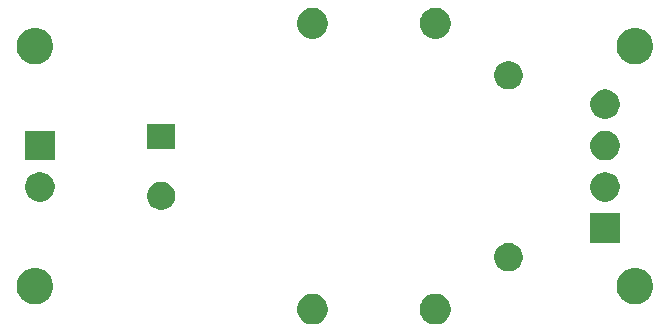
<source format=gbr>
G04 #@! TF.GenerationSoftware,KiCad,Pcbnew,5.1.5-52549c5~86~ubuntu18.04.1*
G04 #@! TF.CreationDate,2020-09-03T19:11:04-05:00*
G04 #@! TF.ProjectId,D00,4430302e-6b69-4636-9164-5f7063625858,rev?*
G04 #@! TF.SameCoordinates,Original*
G04 #@! TF.FileFunction,Soldermask,Top*
G04 #@! TF.FilePolarity,Negative*
%FSLAX46Y46*%
G04 Gerber Fmt 4.6, Leading zero omitted, Abs format (unit mm)*
G04 Created by KiCad (PCBNEW 5.1.5-52549c5~86~ubuntu18.04.1) date 2020-09-03 19:11:04*
%MOMM*%
%LPD*%
G04 APERTURE LIST*
%ADD10C,0.100000*%
G04 APERTURE END LIST*
D10*
G36*
X58088193Y-44819904D02*
G01*
X58324901Y-44917952D01*
X58324903Y-44917953D01*
X58537935Y-45060296D01*
X58719104Y-45241465D01*
X58861447Y-45454497D01*
X58861448Y-45454499D01*
X58959496Y-45691207D01*
X59009480Y-45942493D01*
X59009480Y-46198707D01*
X58959496Y-46449993D01*
X58861448Y-46686701D01*
X58861447Y-46686703D01*
X58719104Y-46899735D01*
X58537935Y-47080904D01*
X58324903Y-47223247D01*
X58324902Y-47223248D01*
X58324901Y-47223248D01*
X58088193Y-47321296D01*
X57836907Y-47371280D01*
X57580693Y-47371280D01*
X57329407Y-47321296D01*
X57092699Y-47223248D01*
X57092698Y-47223248D01*
X57092697Y-47223247D01*
X56879665Y-47080904D01*
X56698496Y-46899735D01*
X56556153Y-46686703D01*
X56556152Y-46686701D01*
X56458104Y-46449993D01*
X56408120Y-46198707D01*
X56408120Y-45942493D01*
X56458104Y-45691207D01*
X56556152Y-45454499D01*
X56556153Y-45454497D01*
X56698496Y-45241465D01*
X56879665Y-45060296D01*
X57092697Y-44917953D01*
X57092699Y-44917952D01*
X57329407Y-44819904D01*
X57580693Y-44769920D01*
X57836907Y-44769920D01*
X58088193Y-44819904D01*
G37*
G36*
X47699593Y-44819904D02*
G01*
X47936301Y-44917952D01*
X47936303Y-44917953D01*
X48149335Y-45060296D01*
X48330504Y-45241465D01*
X48472847Y-45454497D01*
X48472848Y-45454499D01*
X48570896Y-45691207D01*
X48620880Y-45942493D01*
X48620880Y-46198707D01*
X48570896Y-46449993D01*
X48472848Y-46686701D01*
X48472847Y-46686703D01*
X48330504Y-46899735D01*
X48149335Y-47080904D01*
X47936303Y-47223247D01*
X47936302Y-47223248D01*
X47936301Y-47223248D01*
X47699593Y-47321296D01*
X47448307Y-47371280D01*
X47192093Y-47371280D01*
X46940807Y-47321296D01*
X46704099Y-47223248D01*
X46704098Y-47223248D01*
X46704097Y-47223247D01*
X46491065Y-47080904D01*
X46309896Y-46899735D01*
X46167553Y-46686703D01*
X46167552Y-46686701D01*
X46069504Y-46449993D01*
X46019520Y-46198707D01*
X46019520Y-45942493D01*
X46069504Y-45691207D01*
X46167552Y-45454499D01*
X46167553Y-45454497D01*
X46309896Y-45241465D01*
X46491065Y-45060296D01*
X46704097Y-44917953D01*
X46704099Y-44917952D01*
X46940807Y-44819904D01*
X47192093Y-44769920D01*
X47448307Y-44769920D01*
X47699593Y-44819904D01*
G37*
G36*
X24082803Y-42602878D02*
G01*
X24262410Y-42638604D01*
X24544674Y-42755521D01*
X24798705Y-42925259D01*
X25014741Y-43141295D01*
X25184479Y-43395326D01*
X25301396Y-43677590D01*
X25361000Y-43977240D01*
X25361000Y-44282760D01*
X25301396Y-44582410D01*
X25184479Y-44864674D01*
X25014741Y-45118705D01*
X24798705Y-45334741D01*
X24544674Y-45504479D01*
X24262410Y-45621396D01*
X24112585Y-45651198D01*
X23962761Y-45681000D01*
X23657239Y-45681000D01*
X23507415Y-45651198D01*
X23357590Y-45621396D01*
X23075326Y-45504479D01*
X22821295Y-45334741D01*
X22605259Y-45118705D01*
X22435521Y-44864674D01*
X22318604Y-44582410D01*
X22259000Y-44282760D01*
X22259000Y-43977240D01*
X22318604Y-43677590D01*
X22435521Y-43395326D01*
X22605259Y-43141295D01*
X22821295Y-42925259D01*
X23075326Y-42755521D01*
X23357590Y-42638604D01*
X23537197Y-42602878D01*
X23657239Y-42579000D01*
X23962761Y-42579000D01*
X24082803Y-42602878D01*
G37*
G36*
X74882803Y-42602878D02*
G01*
X75062410Y-42638604D01*
X75344674Y-42755521D01*
X75598705Y-42925259D01*
X75814741Y-43141295D01*
X75984479Y-43395326D01*
X76101396Y-43677590D01*
X76161000Y-43977240D01*
X76161000Y-44282760D01*
X76101396Y-44582410D01*
X75984479Y-44864674D01*
X75814741Y-45118705D01*
X75598705Y-45334741D01*
X75344674Y-45504479D01*
X75062410Y-45621396D01*
X74912585Y-45651198D01*
X74762761Y-45681000D01*
X74457239Y-45681000D01*
X74307415Y-45651198D01*
X74157590Y-45621396D01*
X73875326Y-45504479D01*
X73621295Y-45334741D01*
X73405259Y-45118705D01*
X73235521Y-44864674D01*
X73118604Y-44582410D01*
X73059000Y-44282760D01*
X73059000Y-43977240D01*
X73118604Y-43677590D01*
X73235521Y-43395326D01*
X73405259Y-43141295D01*
X73621295Y-42925259D01*
X73875326Y-42755521D01*
X74157590Y-42638604D01*
X74337197Y-42602878D01*
X74457239Y-42579000D01*
X74762761Y-42579000D01*
X74882803Y-42602878D01*
G37*
G36*
X64260318Y-40515153D02*
G01*
X64478885Y-40605687D01*
X64478887Y-40605688D01*
X64675593Y-40737122D01*
X64842878Y-40904407D01*
X64974312Y-41101113D01*
X64974313Y-41101115D01*
X65064847Y-41319682D01*
X65111000Y-41551710D01*
X65111000Y-41788290D01*
X65064847Y-42020318D01*
X64974313Y-42238885D01*
X64974312Y-42238887D01*
X64842878Y-42435593D01*
X64675593Y-42602878D01*
X64478887Y-42734312D01*
X64478886Y-42734313D01*
X64478885Y-42734313D01*
X64260318Y-42824847D01*
X64028290Y-42871000D01*
X63791710Y-42871000D01*
X63559682Y-42824847D01*
X63341115Y-42734313D01*
X63341114Y-42734313D01*
X63341113Y-42734312D01*
X63144407Y-42602878D01*
X62977122Y-42435593D01*
X62845688Y-42238887D01*
X62845687Y-42238885D01*
X62755153Y-42020318D01*
X62709000Y-41788290D01*
X62709000Y-41551710D01*
X62755153Y-41319682D01*
X62845687Y-41101115D01*
X62845688Y-41101113D01*
X62977122Y-40904407D01*
X63144407Y-40737122D01*
X63341113Y-40605688D01*
X63341115Y-40605687D01*
X63559682Y-40515153D01*
X63791710Y-40469000D01*
X64028290Y-40469000D01*
X64260318Y-40515153D01*
G37*
G36*
X73336200Y-40471000D02*
G01*
X70834200Y-40471000D01*
X70834200Y-37969000D01*
X73336200Y-37969000D01*
X73336200Y-40471000D01*
G37*
G36*
X34860318Y-35315153D02*
G01*
X35078885Y-35405687D01*
X35078887Y-35405688D01*
X35275593Y-35537122D01*
X35442878Y-35704407D01*
X35535625Y-35843214D01*
X35574313Y-35901115D01*
X35664847Y-36119682D01*
X35711000Y-36351710D01*
X35711000Y-36588290D01*
X35664847Y-36820318D01*
X35602432Y-36971000D01*
X35574312Y-37038887D01*
X35442878Y-37235593D01*
X35275593Y-37402878D01*
X35078887Y-37534312D01*
X35078886Y-37534313D01*
X35078885Y-37534313D01*
X34860318Y-37624847D01*
X34628290Y-37671000D01*
X34391710Y-37671000D01*
X34159682Y-37624847D01*
X33941115Y-37534313D01*
X33941114Y-37534313D01*
X33941113Y-37534312D01*
X33744407Y-37402878D01*
X33577122Y-37235593D01*
X33445688Y-37038887D01*
X33417568Y-36971000D01*
X33355153Y-36820318D01*
X33309000Y-36588290D01*
X33309000Y-36351710D01*
X33355153Y-36119682D01*
X33445687Y-35901115D01*
X33484375Y-35843214D01*
X33577122Y-35704407D01*
X33744407Y-35537122D01*
X33941113Y-35405688D01*
X33941115Y-35405687D01*
X34159682Y-35315153D01*
X34391710Y-35269000D01*
X34628290Y-35269000D01*
X34860318Y-35315153D01*
G37*
G36*
X24596503Y-34517075D02*
G01*
X24824171Y-34611378D01*
X25029066Y-34748285D01*
X25203315Y-34922534D01*
X25340222Y-35127429D01*
X25434525Y-35355097D01*
X25482600Y-35596787D01*
X25482600Y-35843213D01*
X25434525Y-36084903D01*
X25340222Y-36312571D01*
X25203315Y-36517466D01*
X25029066Y-36691715D01*
X24824171Y-36828622D01*
X24824170Y-36828623D01*
X24824169Y-36828623D01*
X24596503Y-36922925D01*
X24354814Y-36971000D01*
X24108386Y-36971000D01*
X23866697Y-36922925D01*
X23639031Y-36828623D01*
X23639030Y-36828623D01*
X23639029Y-36828622D01*
X23434134Y-36691715D01*
X23259885Y-36517466D01*
X23122978Y-36312571D01*
X23028675Y-36084903D01*
X22980600Y-35843213D01*
X22980600Y-35596787D01*
X23028675Y-35355097D01*
X23122978Y-35127429D01*
X23259885Y-34922534D01*
X23434134Y-34748285D01*
X23639029Y-34611378D01*
X23866697Y-34517075D01*
X24108386Y-34469000D01*
X24354814Y-34469000D01*
X24596503Y-34517075D01*
G37*
G36*
X72450103Y-34517075D02*
G01*
X72677771Y-34611378D01*
X72882666Y-34748285D01*
X73056915Y-34922534D01*
X73193822Y-35127429D01*
X73288125Y-35355097D01*
X73336200Y-35596787D01*
X73336200Y-35843213D01*
X73288125Y-36084903D01*
X73193822Y-36312571D01*
X73056915Y-36517466D01*
X72882666Y-36691715D01*
X72677771Y-36828622D01*
X72677770Y-36828623D01*
X72677769Y-36828623D01*
X72450103Y-36922925D01*
X72208414Y-36971000D01*
X71961986Y-36971000D01*
X71720297Y-36922925D01*
X71492631Y-36828623D01*
X71492630Y-36828623D01*
X71492629Y-36828622D01*
X71287734Y-36691715D01*
X71113485Y-36517466D01*
X70976578Y-36312571D01*
X70882275Y-36084903D01*
X70834200Y-35843213D01*
X70834200Y-35596787D01*
X70882275Y-35355097D01*
X70976578Y-35127429D01*
X71113485Y-34922534D01*
X71287734Y-34748285D01*
X71492629Y-34611378D01*
X71720297Y-34517075D01*
X71961986Y-34469000D01*
X72208414Y-34469000D01*
X72450103Y-34517075D01*
G37*
G36*
X25482600Y-33471000D02*
G01*
X22980600Y-33471000D01*
X22980600Y-30969000D01*
X25482600Y-30969000D01*
X25482600Y-33471000D01*
G37*
G36*
X72450103Y-31017075D02*
G01*
X72677771Y-31111378D01*
X72882666Y-31248285D01*
X73056915Y-31422534D01*
X73193822Y-31627429D01*
X73288125Y-31855097D01*
X73336200Y-32096787D01*
X73336200Y-32343213D01*
X73288125Y-32584903D01*
X73193822Y-32812571D01*
X73056915Y-33017466D01*
X72882666Y-33191715D01*
X72677771Y-33328622D01*
X72677770Y-33328623D01*
X72677769Y-33328623D01*
X72450103Y-33422925D01*
X72208414Y-33471000D01*
X71961986Y-33471000D01*
X71720297Y-33422925D01*
X71492631Y-33328623D01*
X71492630Y-33328623D01*
X71492629Y-33328622D01*
X71287734Y-33191715D01*
X71113485Y-33017466D01*
X70976578Y-32812571D01*
X70882275Y-32584903D01*
X70834200Y-32343213D01*
X70834200Y-32096787D01*
X70882275Y-31855097D01*
X70976578Y-31627429D01*
X71113485Y-31422534D01*
X71287734Y-31248285D01*
X71492629Y-31111378D01*
X71720297Y-31017075D01*
X71961986Y-30969000D01*
X72208414Y-30969000D01*
X72450103Y-31017075D01*
G37*
G36*
X35711000Y-32521000D02*
G01*
X33309000Y-32521000D01*
X33309000Y-30419000D01*
X35711000Y-30419000D01*
X35711000Y-32521000D01*
G37*
G36*
X72450103Y-27517075D02*
G01*
X72677771Y-27611378D01*
X72882666Y-27748285D01*
X73056915Y-27922534D01*
X73193822Y-28127429D01*
X73288125Y-28355097D01*
X73336200Y-28596787D01*
X73336200Y-28843213D01*
X73288125Y-29084903D01*
X73193822Y-29312571D01*
X73056915Y-29517466D01*
X72882666Y-29691715D01*
X72677771Y-29828622D01*
X72677770Y-29828623D01*
X72677769Y-29828623D01*
X72450103Y-29922925D01*
X72208414Y-29971000D01*
X71961986Y-29971000D01*
X71720297Y-29922925D01*
X71492631Y-29828623D01*
X71492630Y-29828623D01*
X71492629Y-29828622D01*
X71287734Y-29691715D01*
X71113485Y-29517466D01*
X70976578Y-29312571D01*
X70882275Y-29084903D01*
X70834200Y-28843213D01*
X70834200Y-28596787D01*
X70882275Y-28355097D01*
X70976578Y-28127429D01*
X71113485Y-27922534D01*
X71287734Y-27748285D01*
X71492629Y-27611378D01*
X71720297Y-27517075D01*
X71961986Y-27469000D01*
X72208414Y-27469000D01*
X72450103Y-27517075D01*
G37*
G36*
X64260318Y-25115153D02*
G01*
X64478885Y-25205687D01*
X64478887Y-25205688D01*
X64675593Y-25337122D01*
X64842878Y-25504407D01*
X64974312Y-25701113D01*
X64974313Y-25701115D01*
X65064847Y-25919682D01*
X65111000Y-26151710D01*
X65111000Y-26388290D01*
X65064847Y-26620318D01*
X64974313Y-26838885D01*
X64974312Y-26838887D01*
X64842878Y-27035593D01*
X64675593Y-27202878D01*
X64478887Y-27334312D01*
X64478886Y-27334313D01*
X64478885Y-27334313D01*
X64260318Y-27424847D01*
X64028290Y-27471000D01*
X63791710Y-27471000D01*
X63559682Y-27424847D01*
X63341115Y-27334313D01*
X63341114Y-27334313D01*
X63341113Y-27334312D01*
X63144407Y-27202878D01*
X62977122Y-27035593D01*
X62845688Y-26838887D01*
X62845687Y-26838885D01*
X62755153Y-26620318D01*
X62709000Y-26388290D01*
X62709000Y-26151710D01*
X62755153Y-25919682D01*
X62845687Y-25701115D01*
X62845688Y-25701113D01*
X62977122Y-25504407D01*
X63144407Y-25337122D01*
X63341113Y-25205688D01*
X63341115Y-25205687D01*
X63559682Y-25115153D01*
X63791710Y-25069000D01*
X64028290Y-25069000D01*
X64260318Y-25115153D01*
G37*
G36*
X24112585Y-22288802D02*
G01*
X24262410Y-22318604D01*
X24544674Y-22435521D01*
X24798705Y-22605259D01*
X25014741Y-22821295D01*
X25184479Y-23075326D01*
X25301396Y-23357590D01*
X25361000Y-23657240D01*
X25361000Y-23962760D01*
X25301396Y-24262410D01*
X25184479Y-24544674D01*
X25014741Y-24798705D01*
X24798705Y-25014741D01*
X24544674Y-25184479D01*
X24262410Y-25301396D01*
X24112585Y-25331198D01*
X23962761Y-25361000D01*
X23657239Y-25361000D01*
X23507415Y-25331198D01*
X23357590Y-25301396D01*
X23075326Y-25184479D01*
X22821295Y-25014741D01*
X22605259Y-24798705D01*
X22435521Y-24544674D01*
X22318604Y-24262410D01*
X22259000Y-23962760D01*
X22259000Y-23657240D01*
X22318604Y-23357590D01*
X22435521Y-23075326D01*
X22605259Y-22821295D01*
X22821295Y-22605259D01*
X23075326Y-22435521D01*
X23357590Y-22318604D01*
X23507415Y-22288802D01*
X23657239Y-22259000D01*
X23962761Y-22259000D01*
X24112585Y-22288802D01*
G37*
G36*
X74912585Y-22288802D02*
G01*
X75062410Y-22318604D01*
X75344674Y-22435521D01*
X75598705Y-22605259D01*
X75814741Y-22821295D01*
X75984479Y-23075326D01*
X76101396Y-23357590D01*
X76161000Y-23657240D01*
X76161000Y-23962760D01*
X76101396Y-24262410D01*
X75984479Y-24544674D01*
X75814741Y-24798705D01*
X75598705Y-25014741D01*
X75344674Y-25184479D01*
X75062410Y-25301396D01*
X74912585Y-25331198D01*
X74762761Y-25361000D01*
X74457239Y-25361000D01*
X74307415Y-25331198D01*
X74157590Y-25301396D01*
X73875326Y-25184479D01*
X73621295Y-25014741D01*
X73405259Y-24798705D01*
X73235521Y-24544674D01*
X73118604Y-24262410D01*
X73059000Y-23962760D01*
X73059000Y-23657240D01*
X73118604Y-23357590D01*
X73235521Y-23075326D01*
X73405259Y-22821295D01*
X73621295Y-22605259D01*
X73875326Y-22435521D01*
X74157590Y-22318604D01*
X74307415Y-22288802D01*
X74457239Y-22259000D01*
X74762761Y-22259000D01*
X74912585Y-22288802D01*
G37*
G36*
X47699593Y-20618704D02*
G01*
X47936301Y-20716752D01*
X47936303Y-20716753D01*
X48149335Y-20859096D01*
X48330504Y-21040265D01*
X48472847Y-21253297D01*
X48472848Y-21253299D01*
X48570896Y-21490007D01*
X48620880Y-21741293D01*
X48620880Y-21997507D01*
X48570896Y-22248793D01*
X48566668Y-22259000D01*
X48472847Y-22485503D01*
X48330504Y-22698535D01*
X48149335Y-22879704D01*
X47936303Y-23022047D01*
X47936302Y-23022048D01*
X47936301Y-23022048D01*
X47699593Y-23120096D01*
X47448307Y-23170080D01*
X47192093Y-23170080D01*
X46940807Y-23120096D01*
X46704099Y-23022048D01*
X46704098Y-23022048D01*
X46704097Y-23022047D01*
X46491065Y-22879704D01*
X46309896Y-22698535D01*
X46167553Y-22485503D01*
X46073732Y-22259000D01*
X46069504Y-22248793D01*
X46019520Y-21997507D01*
X46019520Y-21741293D01*
X46069504Y-21490007D01*
X46167552Y-21253299D01*
X46167553Y-21253297D01*
X46309896Y-21040265D01*
X46491065Y-20859096D01*
X46704097Y-20716753D01*
X46704099Y-20716752D01*
X46940807Y-20618704D01*
X47192093Y-20568720D01*
X47448307Y-20568720D01*
X47699593Y-20618704D01*
G37*
G36*
X58088193Y-20618704D02*
G01*
X58324901Y-20716752D01*
X58324903Y-20716753D01*
X58537935Y-20859096D01*
X58719104Y-21040265D01*
X58861447Y-21253297D01*
X58861448Y-21253299D01*
X58959496Y-21490007D01*
X59009480Y-21741293D01*
X59009480Y-21997507D01*
X58959496Y-22248793D01*
X58955268Y-22259000D01*
X58861447Y-22485503D01*
X58719104Y-22698535D01*
X58537935Y-22879704D01*
X58324903Y-23022047D01*
X58324902Y-23022048D01*
X58324901Y-23022048D01*
X58088193Y-23120096D01*
X57836907Y-23170080D01*
X57580693Y-23170080D01*
X57329407Y-23120096D01*
X57092699Y-23022048D01*
X57092698Y-23022048D01*
X57092697Y-23022047D01*
X56879665Y-22879704D01*
X56698496Y-22698535D01*
X56556153Y-22485503D01*
X56462332Y-22259000D01*
X56458104Y-22248793D01*
X56408120Y-21997507D01*
X56408120Y-21741293D01*
X56458104Y-21490007D01*
X56556152Y-21253299D01*
X56556153Y-21253297D01*
X56698496Y-21040265D01*
X56879665Y-20859096D01*
X57092697Y-20716753D01*
X57092699Y-20716752D01*
X57329407Y-20618704D01*
X57580693Y-20568720D01*
X57836907Y-20568720D01*
X58088193Y-20618704D01*
G37*
M02*

</source>
